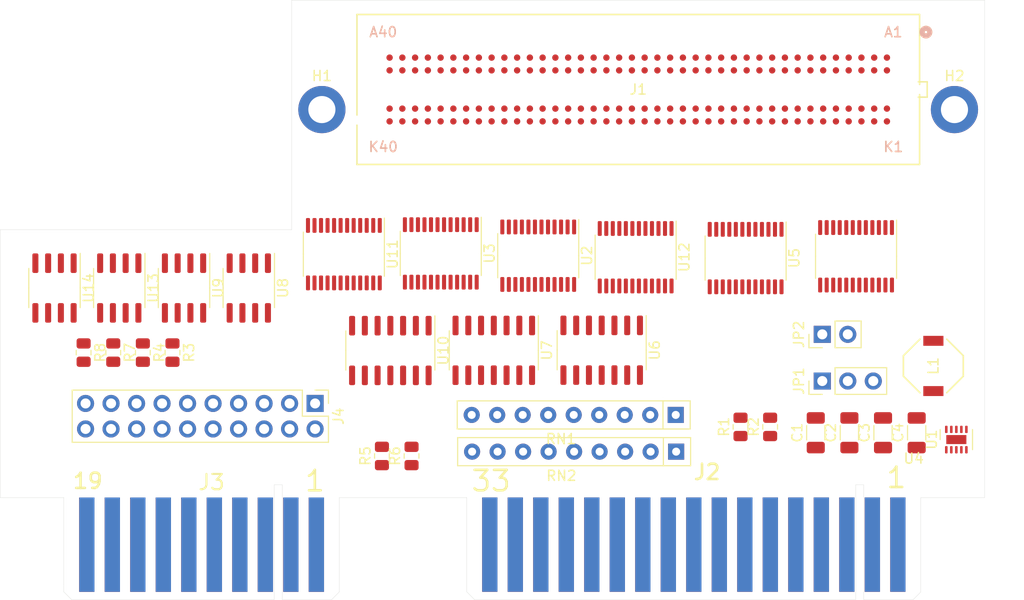
<source format=kicad_pcb>
(kicad_pcb (version 20221018) (generator pcbnew)
  (layers (0 "F.Cu" signal) (31 "B.Cu" signal) (34 "B.Paste" user) (35 "F.Paste" user) (36 "B.SilkS" user "B.Silkscreen") (37 "F.SilkS" user "F.Silkscreen") (38 "B.Mask" user) (39 "F.Mask" user) (44 "Edge.Cuts" user))
  (net 0 "")
  (net 1 "FMC_12V")
  (net 2 "GND")
  (net 3 "Net-(U1-SS)")
  (net 4 "Net-(U1-VCC)")
  (net 5 "+5V")
  (net 42 "Net-(J1-PadD30)")
  (net 52 "HEAD3_FMC")
  (net 53 "WRITE_GATE_FMC")
  (net 54 "HEAD1_FMC")
  (net 55 "DRIVE0_FMC")
  (net 56 "DRIVE2_FMC")
  (net 57 "CMD_DATA_FMC")
  (net 58 "AME_B_FMC")
  (net 60 "WRITE_DATA_A_FMC")
  (net 62 "WRITE_DATA_B_FMC")
  (net 64 "ATTN_FMC")
  (net 65 "INDEX_GATED_FMC")
  (net 66 "DRIVE_SELECTED_A_FMC")
  (net 67 "CMD_COMPLETE_A_FMC")
  (net 68 "DRIVE_SELECTED_B_FMC")
  (net 69 "CMD_COMPLETE_B_FMC")
  (net 70 "READ_CLOCK_A_FMC")
  (net 72 "READ_CLOCK_B_FMC")
  (net 74 "FMC_VADJ")
  (net 78 "HEAD2_FMC")
  (net 79 "HEAD0_FMC")
  (net 80 "XFER_REQ_FMC")
  (net 81 "DRIVE1_FMC")
  (net 82 "READ_GATE_FMC")
  (net 83 "AME_A_FMC")
  (net 84 "WRITE_CLOCK_A_FMC")
  (net 86 "WRITE_CLOCK_B_FMC")
  (net 88 "CONFIG_STAT_DATA_FMC")
  (net 89 "XFER_ACK_FMC")
  (net 90 "SECTOR_GATED_FMC")
  (net 91 "READY_FMC")
  (net 92 "SECTOR_UNGATED_A_FMC")
  (net 93 "INDEX_UNGATED_A_FMC")
  (net 94 "SECTOR_UNGATED_B_FMC")
  (net 95 "INDEX_UNGATED_B_FMC")
  (net 96 "READ_DATA_A_FMC")
  (net 98 "READ_DATA_B_FMC")
  (net 100 "HEAD3")
  (net 101 "HEAD2")
  (net 102 "WRITE_GATE")
  (net 103 "CONFIG_STAT_DATA")
  (net 104 "XFER_ACK")
  (net 105 "ATTN")
  (net 106 "HEAD0")
  (net 108 "SECTOR_GATED")
  (net 109 "HEAD1")
  (net 110 "INDEX_GATED")
  (net 111 "READY")
  (net 112 "XFER_REQ")
  (net 113 "DRIVE0")
  (net 114 "DRIVE1")
  (net 115 "DRIVE2")
  (net 116 "READ_GATE")
  (net 117 "CMD_DATA")
  (net 118 "DRIVE_SELECTED_A")
  (net 119 "SECTOR_UNGATED_A")
  (net 120 "CMD_COMPLETE_A")
  (net 121 "AME_A")
  (net 122 "WRITE_CLOCK_A_P")
  (net 123 "WRITE_CLOCK_A_N")
  (net 124 "READ_CLOCK_A_P")
  (net 125 "READ_CLOCK_A_N")
  (net 126 "WRITE_DATA_A_P")
  (net 127 "WRITE_DATA_A_N")
  (net 128 "READ_DATA_A_P")
  (net 129 "READ_DATA_A_N")
  (net 130 "INDEX_UNGATED_A")
  (net 131 "DRIVE_SELECTED_B")
  (net 132 "SECTOR_UNGATED_B")
  (net 133 "CMD_COMPLETE_B")
  (net 134 "AME_B")
  (net 135 "WRITE_CLOCK_B_P")
  (net 136 "WRITE_CLOCK_B_N")
  (net 137 "READ_CLOCK_B_P")
  (net 138 "READ_CLOCK_B_N")
  (net 139 "WRITE_DATA_B_P")
  (net 140 "WRITE_DATA_B_N")
  (net 141 "READ_DATA_B_P")
  (net 142 "READ_DATA_B_N")
  (net 143 "INDEX_UNGATED_B")
  (net 144 "Net-(JP1-Pin_2)")
  (net 145 "Net-(U1-LX)")
  (net 153 "Net-(U2-B8)")
  (net 154 "Net-(U2-B7)")
  (net 155 "Net-(U2-B6)")
  (net 156 "Net-(U2-B5)")
  (net 157 "Net-(U2-B4)")
  (net 158 "Net-(U2-B3)")
  (net 159 "Net-(U2-B2)")
  (net 160 "Net-(U2-B1)")
  (net 163 "Net-(U3-B6)")
  (net 164 "Net-(U3-B5)")
  (net 165 "Net-(U3-B4)")
  (net 166 "Net-(U3-B3)")
  (net 167 "Net-(U3-B2)")
  (net 168 "Net-(U3-B1)")
  (net 172 "Net-(U12-B1)")
  (net 173 "Net-(U11-B1)")
  (net 174 "Net-(U12-B2)")
  (net 175 "Net-(U11-B2)")
  (net 184 "Net-(U11-B4)")
  (net 185 "Net-(U11-B3)")
  (net 190 "Net-(U12-B4)")
  (net 191 "Net-(U12-B3)")
  (footprint "Capacitor_SMD:C_1206_3216Metric" (layer "F.Cu") (at 267.9136 140.8652 90)
    (fp_text reference "C3")
    (fp_text value "1u")
  )
  (footprint "Resistor_SMD:R_0805_2012Metric" (layer "F.Cu") (at 256.6706 140.2823 90)
    (fp_text reference "R2")
    (fp_text value "866k")
  )
  (footprint "Capacitor_SMD:C_1206_3216Metric" (layer "F.Cu") (at 264.5636 140.8652 90)
    (fp_text reference "C2")
    (fp_text value "3300p")
  )
  (footprint "Package_DFN_QFN:TDFN-10-1EP_2x3mm_P0.5mm_EP0.9x2mm" (layer "F.Cu") (at 275.2136 141.5452 90)
    (fp_text reference "U1")
    (fp_text value "MAX17501BxTB")
  )
  (footprint "Package_SO:SOIC-14_3.9x8.7mm_P1.27mm" (layer "F.Cu") (at 218.8464 132.6754 -90)
    (fp_text reference "U10")
    (fp_text value "74LS06")
  )
  (footprint "Resistor_SMD:R_0805_2012Metric" (layer "F.Cu") (at 253.7206 140.2823 90)
    (fp_text reference "R1")
    (fp_text value "3p32M")
  )
  (footprint "custom:Inductor_Eaton_SD53" (layer "F.Cu") (at 272.9263 134.2128 90)
    (fp_text reference "L1")
    (fp_text value "47u")
  )
  (footprint "Resistor_SMD:R_0805_2012Metric" (layer "F.Cu") (at 197.1494 132.8824 -90)
    (fp_text reference "R3")
    (fp_text value "105")
  )
  (footprint "Package_SO:SOIC-8_3.9x4.9mm_P1.27mm" (layer "F.Cu") (at 198.2994 126.4524 -90)
    (fp_text reference "U9")
    (fp_text value "~")
  )
  (footprint "Package_SO:TSSOP-24_4.4x7.8mm_P0.65mm" (layer "F.Cu") (at 243.276 123.3855 -90)
    (fp_text reference "U12")
    (fp_text value "~")
  )
  (footprint "Connector_PinHeader_2.54mm:PinHeader_1x02_P2.54mm_Vertical" (layer "F.Cu") (at 261.8636 131.0652 90)
    (fp_text reference "JP2")
    (fp_text value "5V")
  )
  (footprint "MountingHole:MountingHole_2.7mm_M2.5_DIN965_Pad" (layer "F.Cu") (at 275.0284 108.68)
    (fp_text reference "H2")
    (fp_text value "MountingHole_Pad")
  )
  (footprint "Package_SO:SOIC-8_3.9x4.9mm_P1.27mm" (layer "F.Cu") (at 204.7494 126.4524 -90)
    (fp_text reference "U8")
    (fp_text value "~")
  )
  (footprint "custom:ECON34" (layer "F.Cu") (at 250.3932 146.05)
    (fp_text reference "J2")
    (fp_text value "Control Cable" hide)
  )
  (footprint "Package_SO:TSSOP-24_4.4x7.8mm_P0.65mm" (layer "F.Cu") (at 223.8704 123.0045 -90)
    (fp_text reference "U3")
    (fp_text value "~")
  )
  (footprint "custom:econ20" (layer "F.Cu") (at 201.422 152.146)
    (fp_text reference "J3")
    (fp_text value "Data Port A" hide)
  )
  (footprint "Connector_PinHeader_2.54mm:PinHeader_1x03_P2.54mm_Vertical" (layer "F.Cu") (at 261.8636 135.7152 90)
    (fp_text reference "JP1")
    (fp_text value "Enable")
  )
  (footprint "MountingHole:MountingHole_2.7mm_M2.5_DIN965_Pad" (layer "F.Cu") (at 212.0284 108.68)
    (fp_text reference "H1")
    (fp_text value "MountingHole_Pad")
  )
  (footprint "Package_SO:SOIC-8_3.9x4.9mm_P1.27mm" (layer "F.Cu") (at 191.8494 126.4524 -90)
    (fp_text reference "U13")
    (fp_text value "~")
  )
  (footprint "Package_SO:TSSOP-24_4.4x7.8mm_P0.65mm" (layer "F.Cu") (at 254.2286 123.4694 -90)
    (fp_text reference "U5")
    (fp_text value "~")
  )
  (footprint "Package_SO:SOIC-14_3.9x8.7mm_P1.27mm" (layer "F.Cu") (at 229.1502 132.6577 -90)
    (fp_text reference "U7")
    (fp_text value "74LS06")
  )
  (footprint "Resistor_SMD:R_0805_2012Metric" (layer "F.Cu") (at 220.9582 143.1779 90)
    (fp_text reference "R6")
    (fp_text value "150")
  )
  (footprint "Package_SO:TSSOP-24_4.4x7.8mm_P0.65mm" (layer "F.Cu") (at 265.2268 123.2916 -90)
    (fp_text reference "U4")
    (fp_text value "~")
  )
  (footprint "custom:CONN_ASP-134604-01_SAI" (layer "F.Cu") (at 243.5377 106.68)
    (fp_text reference "J1")
    (fp_text value "ASP-134604-01")
  )
  (footprint "Resistor_SMD:R_0805_2012Metric" (layer "F.Cu") (at 194.1994 132.8824 -90)
    (fp_text reference "R4")
    (fp_text value "105")
  )
  (footprint "Resistor_THT:R_Array_SIP9" (layer "F.Cu") (at 247.269 139.0904 180)
    (fp_text reference "RN1")
    (fp_text value "R_Network08")
  )
  (footprint "Connector_PinHeader_2.54mm:PinHeader_2x10_P2.54mm_Vertical" (layer "F.Cu") (at 211.3534 137.9474 -90)
    (fp_text reference "J4")
    (fp_text value "Data Port B")
  )
  (footprint "Package_SO:TSSOP-24_4.4x7.8mm_P0.65mm" (layer "F.Cu") (at 214.2184 123.0807 -90)
    (fp_text reference "U11")
    (fp_text value "~")
  )
  (footprint "Resistor_SMD:R_0805_2012Metric" (layer "F.Cu") (at 191.2494 132.8824 -90)
    (fp_text reference "R7")
    (fp_text value "105")
  )
  (footprint "Resistor_SMD:R_0805_2012Metric" (layer "F.Cu") (at 218.0082 143.1779 90)
    (fp_text reference "R5")
    (fp_text value "150")
  )
  (footprint "Capacitor_SMD:C_1206_3216Metric" (layer "F.Cu") (at 271.2636 140.8652 90)
    (fp_text reference "C4")
    (fp_text value "10u")
  )
  (footprint "Package_SO:SOIC-14_3.9x8.7mm_P1.27mm" (layer "F.Cu") (at 239.8944 132.6465 -90)
    (fp_text reference "U6")
    (fp_text value "74LS06")
  )
  (footprint "Package_SO:TSSOP-24_4.4x7.8mm_P0.65mm" (layer "F.Cu") (at 233.5732 123.2331 -90)
    (fp_text reference "U2")
    (fp_text value "~")
  )
  (footprint "Capacitor_SMD:C_1206_3216Metric" (layer "F.Cu") (at 261.2136 140.8652 90)
    (fp_text reference "C1")
    (fp_text value "1u")
  )
  (footprint "Resistor_SMD:R_0805_2012Metric" (layer "F.Cu") (at 188.2994 132.8824 -90)
    (fp_text reference "R8")
    (fp_text value "105")
  )
  (footprint "Resistor_THT:R_Array_SIP9" (layer "F.Cu") (at 247.3094 142.748 180)
    (fp_text reference "RN2")
    (fp_text value "R_Network08")
  )
  (footprint "Package_SO:SOIC-8_3.9x4.9mm_P1.27mm" (layer "F.Cu") (at 185.3994 126.4524 -90)
    (fp_text reference "U14")
    (fp_text value "~")
  )
  (gr_line (start 265.98245 146.05) (end 265.98245 157.48) (stroke (width 0.0254)) (layer "Edge.Cuts"))
  (gr_line (start 186.3344 155.956) (end 186.3344 156.718) (stroke (width 0.0254)) (layer "Edge.Cuts"))
  (gr_line (start 270.9164 157.48) (end 271.6784 156.718) (stroke (width 0.0254)) (layer "Edge.Cuts"))
  (gr_line (start 207.27035 146.05) (end 208.07045 146.05) (stroke (width 0.0254)) (layer "Edge.Cuts"))
  (gr_line (start 207.27035 146.05) (end 207.27035 157.48) (stroke (width 0.0254)) (layer "Edge.Cuts"))
  (gr_line (start 226.4664 156.718) (end 227.2284 157.48) (stroke (width 0.0254)) (layer "Edge.Cuts"))
  (gr_line (start 208.07045 157.48) (end 208.07045 146.05) (stroke (width 0.0254)) (layer "Edge.Cuts"))
  (gr_line (start 186.3344 156.718) (end 187.0964 157.48) (stroke (width 0.0254)) (layer "Edge.Cuts"))
  (gr_line (start 213.7664 147.32) (end 226.4664 147.32) (stroke (width 0.0254)) (layer "Edge.Cuts"))
  (gr_line (start 179.9844 120.65) (end 209.0284 120.65) (stroke (width 0.0254)) (layer "Edge.Cuts"))
  (gr_line (start 186.3344 147.32) (end 186.3344 155.956) (stroke (width 0.0254)) (layer "Edge.Cuts"))
  (gr_line (start 179.9844 147.32) (end 186.3344 147.32) (stroke (width 0.0254)) (layer "Edge.Cuts"))
  (gr_line (start 265.98245 157.48) (end 270.9164 157.48) (stroke (width 0.0254)) (layer "Edge.Cuts"))
  (gr_line (start 227.2284 157.48) (end 265.18235 157.48) (stroke (width 0.0254)) (layer "Edge.Cuts"))
  (gr_line (start 278.0284 147.32) (end 278.0284 97.78) (stroke (width 0.0254)) (layer "Edge.Cuts"))
  (gr_line (start 213.7664 156.718) (end 213.7664 147.32) (stroke (width 0.0254)) (layer "Edge.Cuts"))
  (gr_line (start 278.0284 97.78) (end 209.0284 97.78) (stroke (width 0.0254)) (layer "Edge.Cuts"))
  (gr_line (start 265.18235 157.48) (end 265.18235 146.05) (stroke (width 0.0254)) (layer "Edge.Cuts"))
  (gr_line (start 209.0284 97.78) (end 209.0284 120.65) (stroke (width 0.0254)) (layer "Edge.Cuts"))
  (gr_line (start 187.0964 157.48) (end 207.27035 157.48) (stroke (width 0.0254)) (layer "Edge.Cuts"))
  (gr_line (start 208.07045 157.48) (end 213.0044 157.48) (stroke (width 0.0254)) (layer "Edge.Cuts"))
  (gr_line (start 265.18235 146.05) (end 265.98245 146.05) (stroke (width 0.0254)) (layer "Edge.Cuts"))
  (gr_line (start 213.7664 156.718) (end 213.0044 157.48) (stroke (width 0.0254)) (layer "Edge.Cuts"))
  (gr_line (start 271.6784 147.32) (end 278.0284 147.32) (stroke (width 0.0254)) (layer "Edge.Cuts"))
  (gr_line (start 271.6784 156.718) (end 271.6784 147.32) (stroke (width 0.0254)) (layer "Edge.Cuts"))
  (gr_line (start 179.9844 120.65) (end 179.9844 147.32) (stroke (width 0.0254)) (layer "Edge.Cuts"))
  (gr_line (start 226.4664 147.32) (end 226.4664 156.718) (stroke (width 0.0254)) (layer "Edge.Cuts"))
)
</source>
